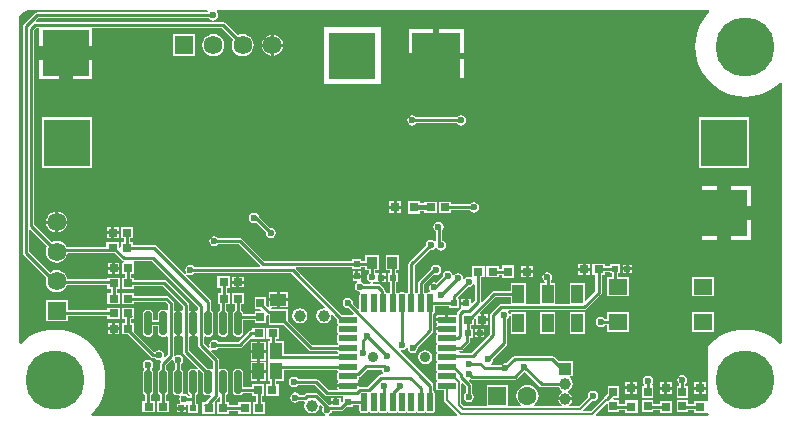
<source format=gtl>
G04*
G04 #@! TF.GenerationSoftware,Altium Limited,Altium NEXUS,2.1.5 (53)*
G04*
G04 Layer_Physical_Order=1*
G04 Layer_Color=255*
%FSLAX44Y44*%
%MOMM*%
G71*
G01*
G75*
%ADD10C,0.2000*%
%ADD16R,4.1000X4.0000*%
%ADD17R,4.0000X4.0000*%
G04:AMPARAMS|DCode=18|XSize=1.97mm|YSize=0.6mm|CornerRadius=0.15mm|HoleSize=0mm|Usage=FLASHONLY|Rotation=90.000|XOffset=0mm|YOffset=0mm|HoleType=Round|Shape=RoundedRectangle|*
%AMROUNDEDRECTD18*
21,1,1.9700,0.3000,0,0,90.0*
21,1,1.6700,0.6000,0,0,90.0*
1,1,0.3000,0.1500,0.8350*
1,1,0.3000,0.1500,-0.8350*
1,1,0.3000,-0.1500,-0.8350*
1,1,0.3000,-0.1500,0.8350*
%
%ADD18ROUNDEDRECTD18*%
%ADD19R,0.8000X0.8000*%
%ADD20R,1.0000X1.6000*%
G04:AMPARAMS|DCode=21|XSize=1.56mm|YSize=0.55mm|CornerRadius=0.0688mm|HoleSize=0mm|Usage=FLASHONLY|Rotation=0.000|XOffset=0mm|YOffset=0mm|HoleType=Round|Shape=RoundedRectangle|*
%AMROUNDEDRECTD21*
21,1,1.5600,0.4125,0,0,0.0*
21,1,1.4225,0.5500,0,0,0.0*
1,1,0.1375,0.7113,-0.2063*
1,1,0.1375,-0.7113,-0.2063*
1,1,0.1375,-0.7113,0.2063*
1,1,0.1375,0.7113,0.2063*
%
%ADD21ROUNDEDRECTD21*%
G04:AMPARAMS|DCode=22|XSize=1.56mm|YSize=0.55mm|CornerRadius=0.0688mm|HoleSize=0mm|Usage=FLASHONLY|Rotation=270.000|XOffset=0mm|YOffset=0mm|HoleType=Round|Shape=RoundedRectangle|*
%AMROUNDEDRECTD22*
21,1,1.5600,0.4125,0,0,270.0*
21,1,1.4225,0.5500,0,0,270.0*
1,1,0.1375,-0.2063,-0.7113*
1,1,0.1375,-0.2063,0.7113*
1,1,0.1375,0.2063,0.7113*
1,1,0.1375,0.2063,-0.7113*
%
%ADD22ROUNDEDRECTD22*%
%ADD23R,0.8000X0.8000*%
%ADD24R,0.8000X0.7000*%
%ADD25R,0.6000X0.5000*%
%ADD26R,0.9000X1.0000*%
%ADD27R,0.5000X0.6000*%
%ADD28R,1.6000X1.4000*%
%ADD29R,1.1000X1.4000*%
%ADD30R,0.7000X0.8000*%
%ADD31R,1.4000X1.1000*%
%ADD48C,1.0000*%
%ADD57C,0.5000*%
%ADD58C,0.4000*%
%ADD59C,0.2540*%
%ADD60C,5.0000*%
%ADD61C,0.9000*%
%ADD62R,1.0000X1.0000*%
%ADD63C,1.5900*%
%ADD64R,1.5900X1.5900*%
%ADD65R,1.5900X1.5900*%
%ADD66R,4.0000X4.0000*%
%ADD67R,1.6000X1.6000*%
%ADD68C,1.6000*%
%ADD69C,0.6000*%
G36*
X588082Y383765D02*
X584883Y380118D01*
X581805Y375510D01*
X579354Y370541D01*
X577573Y365294D01*
X576492Y359859D01*
X576129Y354330D01*
X576492Y348801D01*
X577573Y343366D01*
X579354Y338119D01*
X581805Y333150D01*
X584883Y328542D01*
X588536Y324376D01*
X592702Y320723D01*
X597310Y317645D01*
X602279Y315194D01*
X607526Y313413D01*
X612961Y312332D01*
X618490Y311969D01*
X624019Y312332D01*
X629454Y313413D01*
X634701Y315194D01*
X639670Y317645D01*
X644278Y320723D01*
X647925Y323922D01*
X649195Y323347D01*
X649195Y103373D01*
X647925Y102798D01*
X644278Y105997D01*
X639670Y109075D01*
X634701Y111526D01*
X629454Y113307D01*
X624019Y114388D01*
X618490Y114751D01*
X612961Y114388D01*
X607526Y113307D01*
X602279Y111526D01*
X597310Y109075D01*
X592702Y105997D01*
X588536Y102344D01*
X587635Y101315D01*
X587562Y101267D01*
X587061Y100516D01*
X586885Y99630D01*
Y54616D01*
X585696Y54420D01*
X585615Y54420D01*
X575156D01*
Y51739D01*
X569920D01*
Y55150D01*
X560380D01*
Y44610D01*
X569920D01*
Y46560D01*
X575156D01*
Y43880D01*
X585696D01*
Y44493D01*
X586966Y44618D01*
X587030Y44297D01*
X587483Y43619D01*
X587484Y43615D01*
X587758Y42850D01*
X587043Y41684D01*
X492230D01*
X491704Y42955D01*
X500787Y52037D01*
X501960Y51551D01*
Y44610D01*
X511500D01*
Y46940D01*
X516736D01*
Y44260D01*
X527276D01*
Y54800D01*
X516736D01*
Y52120D01*
X511500D01*
Y55150D01*
X507144D01*
X506465Y56420D01*
X506592Y56610D01*
X511500D01*
Y67150D01*
X501960D01*
Y60272D01*
X499771Y58083D01*
X499209Y57243D01*
X499150Y56947D01*
X487888Y45684D01*
X481792D01*
X481266Y46954D01*
X488557Y54246D01*
X489458Y54066D01*
X491124Y54398D01*
X492537Y55342D01*
X493480Y56754D01*
X493812Y58420D01*
X493480Y60086D01*
X492537Y61498D01*
X491124Y62442D01*
X489458Y62774D01*
X487792Y62442D01*
X486380Y61498D01*
X485436Y60086D01*
X485104Y58420D01*
X485284Y57519D01*
X477459Y49694D01*
X469538D01*
X469153Y50964D01*
X470416Y51808D01*
X471742Y53793D01*
X471955Y54864D01*
X466090D01*
X460225D01*
X460438Y53793D01*
X461764Y51808D01*
X463027Y50964D01*
X462642Y49694D01*
X439697D01*
X439266Y50964D01*
X440697Y52063D01*
X442183Y53999D01*
X443117Y56254D01*
X443436Y58674D01*
X443117Y61094D01*
X442183Y63349D01*
X440697Y65285D01*
X438761Y66771D01*
X436506Y67705D01*
X434086Y68024D01*
X431666Y67705D01*
X429411Y66771D01*
X427475Y65285D01*
X425989Y63349D01*
X425055Y61094D01*
X424736Y58674D01*
X425055Y56254D01*
X425989Y53999D01*
X427475Y52063D01*
X428906Y50964D01*
X428475Y49694D01*
X417956D01*
Y67944D01*
X399416D01*
Y49694D01*
X380553D01*
X378035Y52213D01*
Y68803D01*
X379305Y69329D01*
X381712Y66922D01*
Y61063D01*
X381223Y60736D01*
X380280Y59324D01*
X379948Y57658D01*
X380280Y55992D01*
X381223Y54580D01*
X382636Y53636D01*
X384302Y53304D01*
X385968Y53636D01*
X387380Y54580D01*
X388324Y55992D01*
X388656Y57658D01*
X388324Y59324D01*
X387380Y60736D01*
X386892Y61063D01*
Y67994D01*
X386695Y68985D01*
X386133Y69825D01*
X384876Y71083D01*
X384961Y72157D01*
X385205Y72550D01*
X385898Y72625D01*
X385958Y72585D01*
X386949Y72388D01*
X423466D01*
X424457Y72585D01*
X425297Y73147D01*
X430970Y78819D01*
X431546Y78704D01*
X432122Y78819D01*
X444193Y66749D01*
X445033Y66187D01*
X446024Y65990D01*
X460449D01*
X461570Y64314D01*
X463495Y63027D01*
X463609Y62468D01*
X463548Y61652D01*
X461764Y60460D01*
X460438Y58475D01*
X460225Y57404D01*
X466090D01*
X471955D01*
X471742Y58475D01*
X470416Y60460D01*
X468632Y61652D01*
X468571Y62468D01*
X468685Y63027D01*
X470610Y64314D01*
X471996Y66388D01*
X472483Y68834D01*
X471996Y71280D01*
X470610Y73354D01*
X469653Y73994D01*
X470038Y75264D01*
X472360D01*
Y87804D01*
X460689D01*
X456793Y91699D01*
X455953Y92261D01*
X454962Y92458D01*
X423370D01*
X422379Y92261D01*
X421539Y91699D01*
X415867Y86027D01*
X415290Y86142D01*
X413624Y85810D01*
X412211Y84867D01*
X411885Y84378D01*
X403255D01*
X402870Y85648D01*
X403890Y86329D01*
X404834Y87742D01*
X405166Y89408D01*
X405051Y89985D01*
X416377Y101311D01*
X416939Y102151D01*
X417136Y103142D01*
Y123595D01*
X417625Y123921D01*
X418568Y125334D01*
X418710Y126046D01*
X419980Y125921D01*
Y111380D01*
X432520D01*
Y129920D01*
X419980D01*
Y128079D01*
X418710Y127954D01*
X418568Y128666D01*
X417710Y129950D01*
X417858Y130539D01*
X418202Y131220D01*
X482002D01*
X482993Y131417D01*
X483833Y131979D01*
X496051Y144197D01*
X496613Y145037D01*
X496810Y146028D01*
Y161020D01*
X499490D01*
Y163470D01*
X504270D01*
Y162560D01*
X505950D01*
Y159400D01*
X501270D01*
Y142860D01*
X519810D01*
Y159400D01*
X511130D01*
Y162560D01*
X512810D01*
Y170100D01*
X504270D01*
Y168650D01*
X499490D01*
Y170560D01*
X488950D01*
Y161020D01*
X491630D01*
Y147101D01*
X483693Y139164D01*
X482520Y139650D01*
Y153920D01*
X469980D01*
Y136400D01*
X457520D01*
Y153920D01*
X453840D01*
Y155866D01*
X453928Y155926D01*
X454872Y157338D01*
X455204Y159004D01*
X454872Y160670D01*
X453928Y162083D01*
X452516Y163026D01*
X450850Y163358D01*
X449184Y163026D01*
X447771Y162083D01*
X446828Y160670D01*
X446496Y159004D01*
X446828Y157338D01*
X447771Y155926D01*
X448660Y155332D01*
Y153920D01*
X444980D01*
Y136400D01*
X432520D01*
Y153920D01*
X419980D01*
Y147240D01*
X405850D01*
X404859Y147043D01*
X404019Y146481D01*
X395782Y138244D01*
X394512Y138770D01*
Y159060D01*
X397796D01*
Y168600D01*
X387256D01*
Y159883D01*
X385986Y159204D01*
X385968Y159216D01*
X384302Y159548D01*
X382636Y159216D01*
X381223Y158272D01*
X380710Y157505D01*
X379534Y157979D01*
X379510Y157994D01*
X379180Y159654D01*
X378237Y161066D01*
X376824Y162010D01*
X375158Y162342D01*
X373492Y162010D01*
X372080Y161066D01*
X371989Y160931D01*
X370641Y161200D01*
X370544Y161686D01*
X369600Y163099D01*
X368188Y164042D01*
X366522Y164374D01*
X364856Y164042D01*
X363443Y163099D01*
X362500Y161686D01*
X362217Y160267D01*
X356410Y154459D01*
X355092Y154722D01*
X353426Y154390D01*
X352014Y153447D01*
X351070Y152034D01*
X350738Y150368D01*
X351070Y148702D01*
X351921Y147428D01*
X351762Y146809D01*
X351421Y146158D01*
X349787D01*
X349024Y146006D01*
X348376Y145574D01*
X347511D01*
X346440Y146478D01*
Y153039D01*
X354819Y161419D01*
X354950Y161332D01*
X356616Y161000D01*
X358282Y161332D01*
X359695Y162276D01*
X360638Y163688D01*
X360970Y165354D01*
X360638Y167020D01*
X359695Y168433D01*
X358282Y169376D01*
X356616Y169708D01*
X354950Y169376D01*
X353537Y168433D01*
X352594Y167020D01*
X352469Y166394D01*
X342019Y155943D01*
X341457Y155103D01*
X341260Y154112D01*
Y146053D01*
X341024Y146006D01*
X340376Y145574D01*
X339511D01*
X338440Y146478D01*
Y168915D01*
X351721Y182197D01*
X352298Y182082D01*
X353964Y182414D01*
X355377Y183358D01*
X355741Y183903D01*
X355881Y183946D01*
X357210Y183816D01*
X357855Y182850D01*
X359268Y181906D01*
X360934Y181574D01*
X362600Y181906D01*
X364012Y182850D01*
X364956Y184262D01*
X365288Y185928D01*
X364956Y187594D01*
X364012Y189007D01*
X362600Y189950D01*
X361698Y190130D01*
Y198578D01*
X361726Y198598D01*
X362670Y200010D01*
X363002Y201676D01*
X362670Y203342D01*
X361726Y204755D01*
X360314Y205698D01*
X358648Y206030D01*
X356982Y205698D01*
X355569Y204755D01*
X354626Y203342D01*
X354294Y201676D01*
X354626Y200010D01*
X355569Y198598D01*
X356518Y197964D01*
Y190092D01*
X355837Y189747D01*
X355248Y189600D01*
X353964Y190458D01*
X352298Y190790D01*
X350632Y190458D01*
X349220Y189515D01*
X348276Y188102D01*
X347944Y186436D01*
X348059Y185860D01*
X334019Y171819D01*
X333457Y170979D01*
X333260Y169988D01*
Y146053D01*
X333024Y146006D01*
X332376Y145574D01*
X331324D01*
X330676Y146006D01*
X329912Y146158D01*
X325788D01*
X325024Y146006D01*
X324376Y145574D01*
X323571D01*
X322495Y146500D01*
Y152124D01*
X322550Y152400D01*
Y154980D01*
X324230D01*
Y162520D01*
X322550D01*
Y165180D01*
X325420D01*
Y177720D01*
X313880D01*
Y165180D01*
X317370D01*
Y162520D01*
X315690D01*
Y154980D01*
X317370D01*
Y152621D01*
X317315Y152345D01*
Y146064D01*
X317024Y146006D01*
X316376Y145574D01*
X315324D01*
X314676Y146006D01*
X313913Y146158D01*
X313740D01*
Y147320D01*
X313543Y148311D01*
X312981Y149151D01*
X309171Y152961D01*
X308331Y153523D01*
X307340Y153720D01*
X303458D01*
X303333Y154990D01*
X303926Y155108D01*
X304690Y155618D01*
X305960Y155250D01*
Y155250D01*
X308690D01*
Y158750D01*
Y162250D01*
X305960D01*
X305960Y162250D01*
X304850Y162636D01*
Y165180D01*
X308420D01*
Y177720D01*
X296880D01*
Y172610D01*
X293330D01*
Y174290D01*
X285790D01*
Y172610D01*
X211037D01*
X192331Y191315D01*
X191491Y191877D01*
X190500Y192074D01*
X172315D01*
X171989Y192563D01*
X170576Y193506D01*
X168910Y193838D01*
X167244Y193506D01*
X165832Y192563D01*
X164888Y191150D01*
X164556Y189484D01*
X164888Y187818D01*
X165832Y186406D01*
X167244Y185462D01*
X168910Y185130D01*
X170576Y185462D01*
X171989Y186406D01*
X172315Y186894D01*
X189427D01*
X207362Y168960D01*
X206836Y167690D01*
X151995D01*
X151669Y168179D01*
X150256Y169122D01*
X148590Y169454D01*
X146924Y169122D01*
X145512Y168179D01*
X144568Y166766D01*
X144236Y165100D01*
X144568Y163434D01*
X145138Y162581D01*
X144151Y161771D01*
X119941Y185981D01*
X119101Y186543D01*
X118110Y186740D01*
X100170D01*
Y188920D01*
X97490D01*
Y192080D01*
X100170D01*
Y201620D01*
X89630D01*
Y192080D01*
X92310D01*
Y188920D01*
X89630D01*
Y184564D01*
X88360Y183885D01*
X88170Y184012D01*
Y188920D01*
X77630D01*
Y185070D01*
X43775D01*
X43614Y185460D01*
X42136Y187386D01*
X40210Y188864D01*
X37967Y189793D01*
X35560Y190110D01*
X33153Y189793D01*
X31093Y188939D01*
X16560Y203473D01*
Y368497D01*
X17993Y369930D01*
X20640D01*
Y355250D01*
X65720D01*
Y369930D01*
X175047D01*
X184911Y360067D01*
X184057Y358007D01*
X183741Y355600D01*
X184057Y353193D01*
X184986Y350950D01*
X186464Y349024D01*
X188390Y347546D01*
X190633Y346617D01*
X193040Y346301D01*
X195447Y346617D01*
X197690Y347546D01*
X199616Y349024D01*
X201094Y350950D01*
X202023Y353193D01*
X202339Y355600D01*
X202023Y358007D01*
X201094Y360250D01*
X199616Y362176D01*
X197690Y363654D01*
X195447Y364583D01*
X193040Y364899D01*
X190633Y364583D01*
X188573Y363729D01*
X177951Y374351D01*
X177111Y374913D01*
X176120Y375110D01*
X18548D01*
X18022Y376380D01*
X19798Y378156D01*
X164235D01*
X164562Y377668D01*
X165974Y376724D01*
X167640Y376392D01*
X169306Y376724D01*
X170718Y377668D01*
X171662Y379080D01*
X171994Y380746D01*
X171662Y382412D01*
X170758Y383765D01*
X170827Y384101D01*
X171192Y385036D01*
X587507Y385036D01*
X588082Y383765D01*
D02*
G37*
G36*
X154890Y133547D02*
Y131398D01*
X153641Y130705D01*
X152666Y130899D01*
X152436D01*
Y120000D01*
Y109101D01*
X152666D01*
X153641Y109295D01*
X154890Y108602D01*
Y101908D01*
X155087Y100917D01*
X155649Y100077D01*
X167590Y88135D01*
Y82223D01*
X166549Y81528D01*
X166320Y81484D01*
X165366Y81674D01*
X162780D01*
X147370Y97085D01*
Y108650D01*
X148640Y109329D01*
X148691Y109295D01*
X149666Y109101D01*
X149896D01*
Y120000D01*
Y130899D01*
X149666D01*
X148691Y130705D01*
X148640Y130671D01*
X147370Y131350D01*
Y135890D01*
X147173Y136881D01*
X146611Y137721D01*
X128521Y155811D01*
X127681Y156373D01*
X126690Y156570D01*
X100900D01*
Y158750D01*
X98220D01*
Y161910D01*
X100900D01*
Y171450D01*
X100900D01*
X101020Y172670D01*
X115767D01*
X154890Y133547D01*
D02*
G37*
G36*
X296880Y165180D02*
X299670D01*
Y162535D01*
X299181Y162208D01*
X298238Y160796D01*
X297906Y159130D01*
X298238Y157464D01*
X299181Y156052D01*
X300594Y155108D01*
X301187Y154990D01*
X301062Y153720D01*
X295505D01*
X295179Y154208D01*
X293867Y155084D01*
X293477Y155537D01*
X293060Y156092D01*
X293060Y156588D01*
Y158750D01*
X289560D01*
X286060D01*
Y156020D01*
X289447D01*
X289832Y154750D01*
X289021Y154208D01*
X288078Y152796D01*
X287746Y151130D01*
X288078Y149464D01*
X289021Y148052D01*
X290434Y147108D01*
X291938Y146809D01*
X292198Y146285D01*
X292348Y145531D01*
X291944Y144926D01*
X291792Y144163D01*
Y132630D01*
X290618Y132144D01*
X286179Y136583D01*
X286294Y137160D01*
X285962Y138826D01*
X285019Y140239D01*
X283606Y141182D01*
X281940Y141514D01*
X280274Y141182D01*
X278862Y140239D01*
X277918Y138826D01*
X277586Y137160D01*
X277918Y135494D01*
X278862Y134081D01*
X280274Y133138D01*
X281940Y132806D01*
X282516Y132921D01*
X286956Y128482D01*
X286470Y127308D01*
X276604D01*
X237752Y166160D01*
X238278Y167430D01*
X285790D01*
Y165750D01*
X293330D01*
Y167430D01*
X296880D01*
Y165180D01*
D02*
G37*
G36*
X389332Y152751D02*
Y138873D01*
X387363Y136904D01*
X386190Y137390D01*
Y140660D01*
X383460D01*
Y137160D01*
X382190D01*
Y135890D01*
X378190D01*
Y133660D01*
X378190D01*
X377806Y132549D01*
X375359Y130101D01*
X374797Y129261D01*
X374600Y128270D01*
Y127641D01*
X373461Y126927D01*
X373330Y126920D01*
X372762Y127033D01*
X366920D01*
Y123250D01*
X365650D01*
Y121980D01*
X356817D01*
Y121187D01*
X356948Y120529D01*
X357311Y119985D01*
X357321Y119967D01*
Y119250D01*
Y118533D01*
X357311Y118515D01*
X356948Y117971D01*
X356817Y117312D01*
Y116520D01*
X365650D01*
Y113980D01*
X356817D01*
Y113188D01*
X356948Y112529D01*
X357149Y112228D01*
X357316Y111941D01*
X357149Y110866D01*
X357057Y110620D01*
X356694Y110076D01*
X356542Y109312D01*
Y105188D01*
X356694Y104424D01*
X357126Y103776D01*
Y102724D01*
X356694Y102076D01*
X356542Y101313D01*
Y97188D01*
X356694Y96424D01*
X357126Y95776D01*
Y94724D01*
X356694Y94076D01*
X356542Y93313D01*
Y89187D01*
X356694Y88424D01*
X357126Y87776D01*
Y86724D01*
X356694Y86076D01*
X356542Y85312D01*
Y81187D01*
X356694Y80424D01*
X357126Y79776D01*
Y78724D01*
X356694Y78076D01*
X356542Y77312D01*
Y73187D01*
X356694Y72424D01*
X357126Y71776D01*
Y70724D01*
X356694Y70076D01*
X356542Y69313D01*
Y65188D01*
X356694Y64424D01*
X357126Y63776D01*
X357774Y63344D01*
X358537Y63192D01*
X363335D01*
Y55228D01*
X363512Y54342D01*
X364013Y53591D01*
X374650Y42955D01*
X374124Y41684D01*
X266222Y41684D01*
X266097Y42955D01*
X266144Y42964D01*
X267556Y43907D01*
X268500Y45320D01*
X268578Y45710D01*
X276320D01*
X277311Y45907D01*
X278151Y46469D01*
X281252Y49570D01*
X286130D01*
Y50750D01*
X291792D01*
Y46337D01*
X291944Y45574D01*
X292376Y44926D01*
X293024Y44494D01*
X293787Y44342D01*
X297913D01*
X298676Y44494D01*
X299324Y44926D01*
X300376D01*
X301024Y44494D01*
X301787Y44342D01*
X305912D01*
X306676Y44494D01*
X307324Y44926D01*
X308376D01*
X309024Y44494D01*
X309788Y44342D01*
X313913D01*
X314676Y44494D01*
X315324Y44926D01*
X316376D01*
X317024Y44494D01*
X317787Y44342D01*
X321912D01*
X322676Y44494D01*
X323324Y44926D01*
X324376D01*
X325024Y44494D01*
X325788Y44342D01*
X329912D01*
X330676Y44494D01*
X331324Y44926D01*
X332376D01*
X333024Y44494D01*
X333787Y44342D01*
X337912D01*
X338676Y44494D01*
X339324Y44926D01*
X340376D01*
X341024Y44494D01*
X341787Y44342D01*
X345913D01*
X346676Y44494D01*
X347324Y44926D01*
X348376D01*
X349024Y44494D01*
X349787Y44342D01*
X353913D01*
X354676Y44494D01*
X355324Y44926D01*
X355756Y45574D01*
X355908Y46337D01*
Y60563D01*
X355756Y61326D01*
X355324Y61974D01*
X354676Y62406D01*
X354440Y62453D01*
Y67250D01*
X354243Y68241D01*
X353681Y69081D01*
X326600Y96162D01*
X327226Y97333D01*
X327660Y97246D01*
X329326Y97578D01*
X330738Y98521D01*
X331218Y99240D01*
X331858Y99146D01*
X332491Y98858D01*
X332782Y97394D01*
X333726Y95982D01*
X335138Y95038D01*
X336804Y94706D01*
X338470Y95038D01*
X339883Y95982D01*
X340826Y97394D01*
X341158Y99060D01*
X341043Y99636D01*
X353681Y112275D01*
X354243Y113115D01*
X354440Y114106D01*
Y128047D01*
X354676Y128094D01*
X355324Y128526D01*
X355756Y129174D01*
X355908Y129937D01*
Y134570D01*
X367920D01*
Y133390D01*
X376460D01*
Y140930D01*
X375240D01*
X374971Y142200D01*
X383726Y150955D01*
X384302Y150840D01*
X385968Y151172D01*
X387380Y152115D01*
X388062Y153136D01*
X389332Y152751D01*
D02*
G37*
G36*
X163800Y383765D02*
X163672Y383536D01*
X163396Y383336D01*
X18726D01*
X17734Y383139D01*
X16894Y382577D01*
X7599Y373282D01*
X7037Y372442D01*
X6840Y371451D01*
Y179800D01*
X7037Y178809D01*
X7599Y177969D01*
X26804Y158764D01*
X26577Y158217D01*
X26260Y155810D01*
X26577Y153403D01*
X27506Y151160D01*
X28984Y149234D01*
X30910Y147756D01*
X33153Y146827D01*
X35560Y146510D01*
X37967Y146827D01*
X40210Y147756D01*
X42136Y149234D01*
X43614Y151160D01*
X44088Y152305D01*
X78360D01*
Y149210D01*
X81040D01*
Y145740D01*
X78360D01*
Y136200D01*
X88900D01*
Y145740D01*
X86220D01*
Y149210D01*
X88900D01*
Y158750D01*
X78360D01*
Y157485D01*
X44639D01*
X44543Y158217D01*
X43614Y160460D01*
X42136Y162386D01*
X40210Y163864D01*
X37967Y164793D01*
X35560Y165110D01*
X33153Y164793D01*
X30910Y163864D01*
X29846Y163047D01*
X12020Y180873D01*
Y198892D01*
X13290Y199418D01*
X27431Y185277D01*
X26577Y183217D01*
X26260Y180810D01*
X26577Y178403D01*
X27506Y176160D01*
X28984Y174234D01*
X30910Y172756D01*
X33153Y171827D01*
X35560Y171511D01*
X37967Y171827D01*
X40210Y172756D01*
X42136Y174234D01*
X43614Y176160D01*
X44543Y178403D01*
X44738Y179890D01*
X77630D01*
Y179380D01*
X84508D01*
X90459Y173429D01*
X91299Y172867D01*
X92040Y172720D01*
X91915Y171450D01*
X90360D01*
Y161910D01*
X93040D01*
Y158750D01*
X90360D01*
Y149210D01*
X100900D01*
Y151390D01*
X125617D01*
X142190Y134817D01*
Y131398D01*
X140941Y130705D01*
X139966Y130899D01*
X139736D01*
Y120000D01*
Y109101D01*
X139966D01*
X140941Y109295D01*
X142190Y108602D01*
Y96012D01*
X142387Y95021D01*
X142949Y94181D01*
X154940Y82189D01*
X154131Y81203D01*
X153747Y81459D01*
X152666Y81674D01*
X149666D01*
X148585Y81459D01*
X147669Y80847D01*
X147057Y79931D01*
X146842Y78850D01*
Y62150D01*
X147057Y61069D01*
X147669Y60153D01*
X148287Y59740D01*
X148113Y58470D01*
X146915D01*
X146588Y58959D01*
X145176Y59902D01*
X143510Y60234D01*
X143231Y60483D01*
X142632Y61354D01*
X142790Y62150D01*
Y78850D01*
X142575Y79931D01*
X141963Y80847D01*
X141047Y81459D01*
X141038Y81461D01*
Y85507D01*
X141509Y85822D01*
X142452Y87234D01*
X142784Y88900D01*
X142452Y90566D01*
X141509Y91979D01*
X140096Y92922D01*
X138430Y93254D01*
X136764Y92922D01*
X135940Y92372D01*
X134670Y93050D01*
Y108650D01*
X135940Y109329D01*
X135990Y109295D01*
X136966Y109101D01*
X137196D01*
Y120000D01*
Y130899D01*
X136966D01*
X135990Y130705D01*
X135940Y130671D01*
X134670Y131350D01*
Y137160D01*
X134473Y138151D01*
X133911Y138991D01*
X130101Y142801D01*
X129261Y143363D01*
X128270Y143560D01*
X100900D01*
Y145740D01*
X90360D01*
Y136200D01*
X100900D01*
Y138380D01*
X127197D01*
X129490Y136087D01*
Y131723D01*
X128449Y131028D01*
X128220Y130984D01*
X127266Y131174D01*
X124266D01*
X123185Y130959D01*
X122269Y130347D01*
X121657Y129431D01*
X121442Y128350D01*
Y122590D01*
X117390D01*
Y128350D01*
X117175Y129431D01*
X116563Y130347D01*
X115647Y130959D01*
X114566Y131174D01*
X111566D01*
X110485Y130959D01*
X109569Y130347D01*
X108957Y129431D01*
X108742Y128350D01*
Y111650D01*
X108957Y110569D01*
X109569Y109653D01*
X110485Y109041D01*
X111566Y108826D01*
X114566D01*
X115647Y109041D01*
X116563Y109653D01*
X117175Y110569D01*
X117390Y111650D01*
Y117410D01*
X121442D01*
Y111650D01*
X121657Y110569D01*
X122269Y109653D01*
X123185Y109041D01*
X124266Y108826D01*
X127266D01*
X128220Y109016D01*
X128449Y108972D01*
X129490Y108277D01*
Y93275D01*
X127486Y91270D01*
X126315Y91896D01*
X126528Y92964D01*
X126196Y94630D01*
X125253Y96042D01*
X123840Y96986D01*
X122174Y97318D01*
X120508Y96986D01*
X119095Y96042D01*
X117660Y95993D01*
X100900Y112753D01*
Y120340D01*
X98220D01*
Y123645D01*
X98360Y123760D01*
X98610Y123810D01*
X100900D01*
Y126100D01*
X100950Y126350D01*
X100900Y126600D01*
Y133350D01*
X90360D01*
Y123810D01*
X93040D01*
Y120340D01*
X90360D01*
Y110800D01*
X95527D01*
X115195Y91133D01*
X116035Y90571D01*
X117026Y90374D01*
X118769D01*
X119095Y89886D01*
X120508Y88942D01*
X122174Y88610D01*
X123242Y88823D01*
X123837Y87875D01*
X123893Y87657D01*
X123373Y86879D01*
X123176Y85888D01*
Y81453D01*
X122269Y80847D01*
X121657Y79931D01*
X121442Y78850D01*
Y62150D01*
X121657Y61069D01*
X122269Y60153D01*
X123176Y59547D01*
Y54300D01*
X120110D01*
Y44760D01*
X130650D01*
Y54300D01*
X128356D01*
Y59547D01*
X129263Y60153D01*
X129875Y61069D01*
X130090Y62150D01*
Y78850D01*
X129875Y79931D01*
X129263Y80847D01*
X128356Y81453D01*
Y84815D01*
X132866Y89326D01*
X133627Y89058D01*
X134103Y88766D01*
X134408Y87234D01*
X135351Y85822D01*
X135858Y85483D01*
Y81441D01*
X134969Y80847D01*
X134357Y79931D01*
X134142Y78850D01*
Y62150D01*
X134357Y61069D01*
X134969Y60153D01*
X135885Y59541D01*
X136966Y59326D01*
X139150D01*
X139828Y58056D01*
X139488Y57546D01*
X139156Y55880D01*
X139488Y54214D01*
X140279Y53030D01*
X140016Y52196D01*
X139716Y51760D01*
X137050D01*
Y49530D01*
X141050D01*
X145050D01*
Y50918D01*
X145510Y51187D01*
X146780Y50459D01*
Y44490D01*
X155320D01*
Y52030D01*
X153698D01*
Y59531D01*
X153747Y59541D01*
X154663Y60153D01*
X155275Y61069D01*
X155490Y62150D01*
Y78850D01*
X155275Y79931D01*
X155019Y80315D01*
X156005Y81124D01*
X159542Y77588D01*
Y62150D01*
X159757Y61069D01*
X160369Y60153D01*
X161285Y59541D01*
X162366Y59326D01*
X165366D01*
X165692Y59391D01*
X166318Y58220D01*
X162849Y54751D01*
X162287Y53911D01*
X162112Y53030D01*
X161700D01*
X161450Y53080D01*
X161200Y53030D01*
X158910D01*
Y50740D01*
X158860Y50490D01*
X158910Y50240D01*
Y43490D01*
X169450D01*
Y53030D01*
X169450D01*
X169158Y53735D01*
X172011Y56589D01*
X172573Y57429D01*
X172706Y58100D01*
X173976Y57975D01*
Y53030D01*
X170910D01*
Y43490D01*
X181450D01*
Y45670D01*
X189390D01*
Y43490D01*
X199930D01*
Y53030D01*
X189390D01*
Y50850D01*
X181450D01*
Y53030D01*
X179156D01*
Y59547D01*
X180063Y60153D01*
X180675Y61069D01*
X180890Y62150D01*
Y78850D01*
X180675Y79931D01*
X180063Y80847D01*
X179147Y81459D01*
X178066Y81674D01*
X175066D01*
X174040Y81470D01*
X173976Y81465D01*
X172770Y82175D01*
Y89208D01*
X172573Y90199D01*
X172011Y91039D01*
X166510Y96541D01*
X167244Y97578D01*
X168910Y97246D01*
X170576Y97578D01*
X171989Y98521D01*
X172315Y99010D01*
X190500D01*
X191491Y99207D01*
X192331Y99769D01*
X199901Y107338D01*
X201074Y106852D01*
Y106736D01*
X211614D01*
Y116276D01*
X201074D01*
Y114096D01*
X200406D01*
X199415Y113899D01*
X198575Y113337D01*
X189427Y104190D01*
X172315D01*
X171989Y104678D01*
X170576Y105622D01*
X168910Y105954D01*
X167244Y105622D01*
X165832Y104678D01*
X164888Y103266D01*
X164556Y101600D01*
X164888Y99934D01*
X163851Y99200D01*
X160070Y102981D01*
Y108325D01*
X161276Y109035D01*
X161340Y109030D01*
X162366Y108826D01*
X165366D01*
X166447Y109041D01*
X167363Y109653D01*
X167975Y110569D01*
X168190Y111650D01*
Y128350D01*
X167975Y129431D01*
X167363Y130347D01*
X166456Y130953D01*
Y138394D01*
X166259Y139385D01*
X165697Y140225D01*
X145261Y160662D01*
X146070Y161648D01*
X146924Y161078D01*
X148590Y160746D01*
X150256Y161078D01*
X151669Y162022D01*
X151995Y162510D01*
X234077D01*
X262606Y133982D01*
X261980Y132811D01*
X261610Y132885D01*
X259164Y132398D01*
X257090Y131012D01*
X255704Y128938D01*
X255217Y126492D01*
X255704Y124046D01*
X257090Y121972D01*
X259164Y120586D01*
X261610Y120099D01*
X264056Y120586D01*
X266130Y121972D01*
X267516Y124046D01*
X268003Y126492D01*
X267929Y126862D01*
X269100Y127488D01*
X272942Y123646D01*
Y121187D01*
X273094Y120424D01*
X273526Y119776D01*
Y118724D01*
X273094Y118076D01*
X272942Y117312D01*
Y113188D01*
X273094Y112424D01*
X273526Y111776D01*
Y110724D01*
X273094Y110076D01*
X272942Y109312D01*
Y105188D01*
X273094Y104424D01*
X273526Y103776D01*
Y102911D01*
X272622Y101840D01*
X251677D01*
X231536Y121980D01*
Y131858D01*
X219286D01*
X219036Y131908D01*
X216981D01*
X216698Y132318D01*
X217363Y133588D01*
X221996D01*
Y138818D01*
X215266D01*
Y134625D01*
X213996Y134098D01*
X212542Y135553D01*
Y142430D01*
X203002D01*
Y131890D01*
X207910D01*
X208037Y131700D01*
X207358Y130430D01*
X203002D01*
Y127750D01*
X193590D01*
Y128350D01*
X193375Y129431D01*
X192763Y130347D01*
X191856Y130953D01*
Y136200D01*
X194186D01*
Y145740D01*
X183646D01*
Y136200D01*
X186676D01*
Y130953D01*
X185769Y130347D01*
X185157Y129431D01*
X184942Y128350D01*
Y111650D01*
X185157Y110569D01*
X185769Y109653D01*
X186685Y109041D01*
X187766Y108826D01*
X190766D01*
X191847Y109041D01*
X192763Y109653D01*
X193375Y110569D01*
X193590Y111650D01*
Y122570D01*
X203002D01*
Y119890D01*
X212542D01*
Y126483D01*
X213812Y127133D01*
X214123Y126925D01*
X214996Y126752D01*
Y118318D01*
X227873D01*
X248773Y97419D01*
X249613Y96857D01*
X250604Y96660D01*
X273046D01*
X273094Y96424D01*
X273526Y95776D01*
Y94911D01*
X272622Y93840D01*
X227884D01*
Y104790D01*
X220934D01*
Y106736D01*
X223614D01*
Y116276D01*
X213074D01*
Y106736D01*
X215754D01*
Y104790D01*
X214344D01*
Y88250D01*
X214344D01*
Y87518D01*
X214344D01*
Y70978D01*
X215850D01*
Y68270D01*
X212820D01*
Y58730D01*
X223360D01*
Y68270D01*
X221030D01*
Y70978D01*
X227884D01*
Y80660D01*
X273046D01*
X273094Y80424D01*
X273526Y79776D01*
Y78724D01*
X273094Y78076D01*
X272942Y77312D01*
Y73187D01*
X273094Y72424D01*
X273457Y71880D01*
X273549Y71634D01*
X273717Y70554D01*
X273585Y70326D01*
X273348Y69971D01*
X273217Y69313D01*
Y68520D01*
X282050D01*
Y65980D01*
X273217D01*
Y65188D01*
X273290Y64820D01*
X272779Y63891D01*
X272475Y63550D01*
X265741D01*
X257101Y72189D01*
X256261Y72751D01*
X255270Y72948D01*
X239879D01*
X239552Y73436D01*
X238140Y74380D01*
X236474Y74712D01*
X234808Y74380D01*
X233396Y73436D01*
X232452Y72024D01*
X232120Y70358D01*
X232452Y68692D01*
X233396Y67280D01*
X234808Y66336D01*
X236474Y66004D01*
X238140Y66336D01*
X239552Y67280D01*
X239879Y67768D01*
X254197D01*
X262837Y59129D01*
X263677Y58567D01*
X264668Y58370D01*
X277567D01*
X277590Y57110D01*
X277590D01*
Y53779D01*
X277130Y53431D01*
X275860Y54063D01*
Y56840D01*
X273130D01*
Y53340D01*
X271860D01*
Y52070D01*
X267860D01*
Y50890D01*
X266322D01*
X266144Y51008D01*
X266091Y51019D01*
X256717Y60393D01*
X255877Y60955D01*
X254886Y61152D01*
X247362D01*
X246371Y60955D01*
X245531Y60393D01*
X244857Y59720D01*
X240875D01*
X240548Y60209D01*
X239136Y61152D01*
X237470Y61484D01*
X235804Y61152D01*
X234391Y60209D01*
X233448Y58796D01*
X233116Y57130D01*
X233448Y55464D01*
X234391Y54051D01*
X235804Y53108D01*
X237470Y52776D01*
X239136Y53108D01*
X240548Y54051D01*
X240875Y54540D01*
X245230D01*
X245909Y53270D01*
X245554Y52738D01*
X245067Y50292D01*
X245554Y47846D01*
X246940Y45772D01*
X249014Y44386D01*
X251460Y43899D01*
X253906Y44386D01*
X255980Y45772D01*
X257366Y47846D01*
X257827Y50162D01*
X258939Y50846D01*
X260727Y49058D01*
X260456Y48652D01*
X260124Y46986D01*
X260456Y45320D01*
X261400Y43907D01*
X262812Y42964D01*
X262859Y42955D01*
X262734Y41684D01*
X65273D01*
X64698Y42955D01*
X67897Y46602D01*
X70975Y51210D01*
X73426Y56179D01*
X75207Y61426D01*
X76288Y66861D01*
X76651Y72390D01*
X76288Y77919D01*
X75207Y83354D01*
X73426Y88601D01*
X70975Y93570D01*
X67897Y98178D01*
X64243Y102344D01*
X60078Y105997D01*
X55470Y109075D01*
X50501Y111526D01*
X45254Y113307D01*
X39819Y114388D01*
X34290Y114751D01*
X28761Y114388D01*
X23326Y113307D01*
X18079Y111526D01*
X13110Y109075D01*
X8502Y105997D01*
X4890Y102829D01*
X3620Y103405D01*
Y377226D01*
X3636D01*
X3902Y379243D01*
X4680Y381123D01*
X5919Y382737D01*
X7533Y383975D01*
X9413Y384754D01*
X11430Y385020D01*
Y385036D01*
X163052D01*
X163800Y383765D01*
D02*
G37*
G36*
X419980Y136400D02*
X411725D01*
X410734Y136203D01*
X409894Y135641D01*
X403299Y129046D01*
X402737Y128206D01*
X402540Y127215D01*
Y110932D01*
X386860Y95252D01*
X376636D01*
X375885Y96522D01*
X375961Y96660D01*
X377380D01*
X378371Y96857D01*
X379211Y97419D01*
X384951Y103159D01*
X385513Y103999D01*
X385710Y104990D01*
Y107990D01*
X387890D01*
Y115530D01*
X386480D01*
Y118420D01*
X389160D01*
Y123751D01*
X389620Y124099D01*
X390890Y123467D01*
Y118690D01*
X394620D01*
Y123190D01*
Y127690D01*
X394212D01*
X393726Y128863D01*
X406923Y142060D01*
X419980D01*
Y136400D01*
D02*
G37*
G36*
X311192Y79360D02*
X312114Y77980D01*
X312076Y77778D01*
X311702Y76710D01*
X310107D01*
X309116Y76513D01*
X308276Y75951D01*
X298704Y66380D01*
X292451D01*
X292153Y66321D01*
X290883Y67209D01*
Y69313D01*
X290752Y69971D01*
X290515Y70326D01*
X290383Y70554D01*
X290551Y71634D01*
X290643Y71880D01*
X291006Y72424D01*
X291158Y73187D01*
Y74252D01*
X291589Y74337D01*
X292429Y74899D01*
X298459Y80928D01*
X310880D01*
X311192Y79360D01*
D02*
G37*
%LPC*%
G36*
X219310Y364460D02*
Y356870D01*
X226900D01*
X226760Y357936D01*
X225858Y360114D01*
X224423Y361983D01*
X222554Y363418D01*
X220376Y364320D01*
X219310Y364460D01*
D02*
G37*
G36*
X216770D02*
X215704Y364320D01*
X213526Y363418D01*
X211657Y361983D01*
X210222Y360114D01*
X209320Y357936D01*
X209180Y356870D01*
X216770D01*
Y364460D01*
D02*
G37*
G36*
X379910Y369250D02*
X359370D01*
Y349210D01*
X379910D01*
Y369250D01*
D02*
G37*
G36*
X354370D02*
X333830D01*
Y349210D01*
X354370D01*
Y369250D01*
D02*
G37*
G36*
X226900Y354330D02*
X219310D01*
Y346740D01*
X220376Y346880D01*
X222554Y347782D01*
X224423Y349217D01*
X225858Y351086D01*
X226760Y353264D01*
X226900Y354330D01*
D02*
G37*
G36*
X216770D02*
X209180D01*
X209320Y353264D01*
X210222Y351086D01*
X211657Y349217D01*
X213526Y347782D01*
X215704Y346880D01*
X216770Y346740D01*
Y354330D01*
D02*
G37*
G36*
X152260Y364820D02*
X133820D01*
Y346380D01*
X152260D01*
Y364820D01*
D02*
G37*
G36*
X168040Y364899D02*
X165633Y364583D01*
X163390Y363654D01*
X161464Y362176D01*
X159986Y360250D01*
X159057Y358007D01*
X158740Y355600D01*
X159057Y353193D01*
X159986Y350950D01*
X161464Y349024D01*
X163390Y347546D01*
X165633Y346617D01*
X168040Y346301D01*
X170447Y346617D01*
X172690Y347546D01*
X174616Y349024D01*
X176094Y350950D01*
X177023Y353193D01*
X177339Y355600D01*
X177023Y358007D01*
X176094Y360250D01*
X174616Y362176D01*
X172690Y363654D01*
X170447Y364583D01*
X168040Y364899D01*
D02*
G37*
G36*
X65720Y343250D02*
X49180D01*
Y326710D01*
X65720D01*
Y343250D01*
D02*
G37*
G36*
X37180D02*
X20640D01*
Y326710D01*
X37180D01*
Y343250D01*
D02*
G37*
G36*
X379910Y344210D02*
X359370D01*
Y324170D01*
X379910D01*
Y344210D01*
D02*
G37*
G36*
X354370D02*
X333830D01*
Y324170D01*
X354370D01*
Y344210D01*
D02*
G37*
G36*
X309750Y370710D02*
X261750D01*
Y322710D01*
X309750D01*
Y370710D01*
D02*
G37*
G36*
X377698Y296200D02*
X376032Y295868D01*
X374619Y294925D01*
X374293Y294436D01*
X339955D01*
X339628Y294925D01*
X338216Y295868D01*
X336550Y296200D01*
X334884Y295868D01*
X333471Y294925D01*
X332528Y293512D01*
X332196Y291846D01*
X332528Y290180D01*
X333471Y288768D01*
X334884Y287824D01*
X336550Y287492D01*
X338216Y287824D01*
X339628Y288768D01*
X339955Y289256D01*
X374293D01*
X374619Y288768D01*
X376032Y287824D01*
X377698Y287492D01*
X379364Y287824D01*
X380776Y288768D01*
X381720Y290180D01*
X382052Y291846D01*
X381720Y293512D01*
X380776Y294925D01*
X379364Y295868D01*
X377698Y296200D01*
D02*
G37*
G36*
X621980Y294320D02*
X579440D01*
Y251780D01*
X621980D01*
Y294320D01*
D02*
G37*
G36*
X65720D02*
X23180D01*
Y251780D01*
X65720D01*
Y294320D01*
D02*
G37*
G36*
X327200Y223186D02*
X323470D01*
Y219456D01*
X327200D01*
Y223186D01*
D02*
G37*
G36*
X320930D02*
X317200D01*
Y219456D01*
X320930D01*
Y223186D01*
D02*
G37*
G36*
X623250Y235900D02*
X606710D01*
Y219360D01*
X623250D01*
Y235900D01*
D02*
G37*
G36*
X594710D02*
X578170D01*
Y219360D01*
X594710D01*
Y235900D01*
D02*
G37*
G36*
X369410Y222956D02*
X358870D01*
Y213416D01*
X369410D01*
Y215596D01*
X385215D01*
X385541Y215107D01*
X386954Y214164D01*
X388620Y213832D01*
X390286Y214164D01*
X391698Y215107D01*
X392642Y216520D01*
X392974Y218186D01*
X392642Y219852D01*
X391698Y221264D01*
X390286Y222208D01*
X388620Y222540D01*
X386954Y222208D01*
X385541Y221264D01*
X385215Y220776D01*
X369410D01*
Y222956D01*
D02*
G37*
G36*
X343470Y223456D02*
X332930D01*
Y212916D01*
X343470D01*
Y214852D01*
X346870D01*
Y213416D01*
X357410D01*
Y222956D01*
X350258D01*
X349886Y223030D01*
X349513Y222956D01*
X346870D01*
Y221520D01*
X343470D01*
Y223456D01*
D02*
G37*
G36*
X327200Y216916D02*
X323470D01*
Y213186D01*
X327200D01*
Y216916D01*
D02*
G37*
G36*
X320930D02*
X317200D01*
Y213186D01*
X320930D01*
Y216916D01*
D02*
G37*
G36*
X36830Y214670D02*
Y207080D01*
X44420D01*
X44280Y208146D01*
X43378Y210324D01*
X41943Y212193D01*
X40074Y213628D01*
X37896Y214530D01*
X36830Y214670D01*
D02*
G37*
G36*
X34290D02*
X33224Y214530D01*
X31046Y213628D01*
X29177Y212193D01*
X27742Y210324D01*
X26840Y208146D01*
X26700Y207080D01*
X34290D01*
Y214670D01*
D02*
G37*
G36*
X87900Y201350D02*
X84170D01*
Y198120D01*
X87900D01*
Y201350D01*
D02*
G37*
G36*
X81630D02*
X77900D01*
Y198120D01*
X81630D01*
Y201350D01*
D02*
G37*
G36*
X44420Y204540D02*
X36830D01*
Y196950D01*
X37896Y197090D01*
X40074Y197992D01*
X41943Y199427D01*
X43378Y201296D01*
X44280Y203474D01*
X44420Y204540D01*
D02*
G37*
G36*
X34290D02*
X26700D01*
X26840Y203474D01*
X27742Y201296D01*
X29177Y199427D01*
X31046Y197992D01*
X33224Y197090D01*
X34290Y196950D01*
Y204540D01*
D02*
G37*
G36*
X87900Y195580D02*
X84170D01*
Y192350D01*
X87900D01*
Y195580D01*
D02*
G37*
G36*
X81630D02*
X77900D01*
Y192350D01*
X81630D01*
Y195580D01*
D02*
G37*
G36*
X202438Y213650D02*
X200772Y213318D01*
X199359Y212374D01*
X198416Y210962D01*
X198084Y209296D01*
X198416Y207630D01*
X199359Y206217D01*
X200772Y205274D01*
X202438Y204942D01*
X204104Y205274D01*
X204235Y205361D01*
X212423Y197173D01*
X212308Y196596D01*
X212640Y194930D01*
X213584Y193517D01*
X214996Y192574D01*
X216662Y192242D01*
X218328Y192574D01*
X219741Y193517D01*
X220684Y194930D01*
X221016Y196596D01*
X220684Y198262D01*
X219741Y199674D01*
X218328Y200618D01*
X216662Y200950D01*
X216085Y200835D01*
X206585Y210336D01*
X206460Y210962D01*
X205516Y212374D01*
X204104Y213318D01*
X202438Y213650D01*
D02*
G37*
G36*
X623250Y207360D02*
X606710D01*
Y190820D01*
X623250D01*
Y207360D01*
D02*
G37*
G36*
X594710D02*
X578170D01*
Y190820D01*
X594710D01*
Y207360D01*
D02*
G37*
G36*
X522540Y169830D02*
X519810D01*
Y167600D01*
X522540D01*
Y169830D01*
D02*
G37*
G36*
X517270D02*
X514540D01*
Y167600D01*
X517270D01*
Y169830D01*
D02*
G37*
G36*
X487220Y170290D02*
X483490D01*
Y167060D01*
X487220D01*
Y170290D01*
D02*
G37*
G36*
X480950D02*
X477220D01*
Y167060D01*
X480950D01*
Y170290D01*
D02*
G37*
G36*
X422974Y169100D02*
X412434D01*
Y166420D01*
X409796D01*
Y168600D01*
X399256D01*
Y159060D01*
X409796D01*
Y161240D01*
X412434D01*
Y158560D01*
X422974D01*
Y169100D01*
D02*
G37*
G36*
X438704Y168830D02*
X434974D01*
Y165100D01*
X438704D01*
Y168830D01*
D02*
G37*
G36*
X432434D02*
X428704D01*
Y165100D01*
X432434D01*
Y168830D01*
D02*
G37*
G36*
X522540Y165060D02*
X519810D01*
Y162830D01*
X522540D01*
Y165060D01*
D02*
G37*
G36*
X517270D02*
X514540D01*
Y162830D01*
X517270D01*
Y165060D01*
D02*
G37*
G36*
X487220Y164520D02*
X483490D01*
Y161290D01*
X487220D01*
Y164520D01*
D02*
G37*
G36*
X480950D02*
X477220D01*
Y161290D01*
X480950D01*
Y164520D01*
D02*
G37*
G36*
X313960Y162250D02*
X311230D01*
Y160020D01*
X313960D01*
Y162250D01*
D02*
G37*
G36*
X438704Y162560D02*
X434974D01*
Y158830D01*
X438704D01*
Y162560D01*
D02*
G37*
G36*
X432434D02*
X428704D01*
Y158830D01*
X432434D01*
Y162560D01*
D02*
G37*
G36*
X313960Y157480D02*
X311230D01*
Y155250D01*
X313960D01*
Y157480D01*
D02*
G37*
G36*
X591810Y159400D02*
X573270D01*
Y142860D01*
X591810D01*
Y159400D01*
D02*
G37*
G36*
X519810Y129400D02*
X501270D01*
Y123748D01*
X499467D01*
X499141Y124236D01*
X497728Y125180D01*
X496062Y125512D01*
X494396Y125180D01*
X492984Y124236D01*
X492040Y122824D01*
X491708Y121158D01*
X492040Y119492D01*
X492984Y118080D01*
X494396Y117136D01*
X496062Y116804D01*
X497728Y117136D01*
X499141Y118080D01*
X499467Y118568D01*
X501270D01*
Y112860D01*
X519810D01*
Y129400D01*
D02*
G37*
G36*
X591810D02*
X573270D01*
Y112860D01*
X591810D01*
Y129400D01*
D02*
G37*
G36*
X482520Y129920D02*
X469980D01*
Y111380D01*
X482520D01*
Y129920D01*
D02*
G37*
G36*
X457520D02*
X444980D01*
Y111380D01*
X457520D01*
Y129920D01*
D02*
G37*
G36*
X527006Y70531D02*
X523276D01*
Y66801D01*
X527006D01*
Y70531D01*
D02*
G37*
G36*
X520736D02*
X517006D01*
Y66801D01*
X520736D01*
Y70531D01*
D02*
G37*
G36*
X585426Y70150D02*
X581696D01*
Y66420D01*
X585426D01*
Y70150D01*
D02*
G37*
G36*
X556216D02*
X552486D01*
Y66420D01*
X556216D01*
Y70150D01*
D02*
G37*
G36*
X579156D02*
X575426D01*
Y66420D01*
X579156D01*
Y70150D01*
D02*
G37*
G36*
X549946D02*
X546216D01*
Y66420D01*
X549946D01*
Y70150D01*
D02*
G37*
G36*
X527006Y64261D02*
X523276D01*
Y60531D01*
X527006D01*
Y64261D01*
D02*
G37*
G36*
X520736D02*
X517006D01*
Y60531D01*
X520736D01*
Y64261D01*
D02*
G37*
G36*
X585426Y63881D02*
X581696D01*
Y60150D01*
X585426D01*
Y63881D01*
D02*
G37*
G36*
X579156D02*
X575426D01*
Y60150D01*
X579156D01*
Y63881D01*
D02*
G37*
G36*
X556216D02*
X552486D01*
Y60150D01*
X556216D01*
Y63881D01*
D02*
G37*
G36*
X549946D02*
X546216D01*
Y60150D01*
X549946D01*
Y63881D01*
D02*
G37*
G36*
X565150Y76236D02*
X563484Y75904D01*
X562071Y74960D01*
X561128Y73548D01*
X560796Y71882D01*
X561128Y70216D01*
X562071Y68804D01*
X562560Y68477D01*
Y67150D01*
X560380D01*
Y56610D01*
X569920D01*
Y67150D01*
X567740D01*
Y68477D01*
X568228Y68804D01*
X569172Y70216D01*
X569504Y71882D01*
X569172Y73548D01*
X568228Y74960D01*
X566816Y75904D01*
X565150Y76236D01*
D02*
G37*
G36*
X536194Y75474D02*
X534528Y75142D01*
X533116Y74198D01*
X532172Y72786D01*
X531840Y71120D01*
X532172Y69454D01*
X532863Y68420D01*
X532369Y67225D01*
X532300Y67150D01*
X531170D01*
Y56610D01*
X540710D01*
Y67150D01*
X540088D01*
X540019Y67225D01*
X539525Y68420D01*
X540216Y69454D01*
X540548Y71120D01*
X540216Y72786D01*
X539272Y74198D01*
X537860Y75142D01*
X536194Y75474D01*
D02*
G37*
G36*
X540710Y55150D02*
X531170D01*
Y44610D01*
X540710D01*
Y46560D01*
X545946D01*
Y43880D01*
X556486D01*
Y54420D01*
X545946D01*
Y51739D01*
X540710D01*
Y55150D01*
D02*
G37*
G36*
X293060Y164020D02*
X290830D01*
Y161290D01*
X293060D01*
Y164020D01*
D02*
G37*
G36*
X288290D02*
X286060D01*
Y161290D01*
X288290D01*
Y164020D01*
D02*
G37*
G36*
X380920Y140660D02*
X378190D01*
Y138430D01*
X380920D01*
Y140660D01*
D02*
G37*
G36*
X364380Y127033D02*
X358537D01*
X357879Y126902D01*
X357321Y126529D01*
X356948Y125971D01*
X356817Y125312D01*
Y124520D01*
X364380D01*
Y127033D01*
D02*
G37*
G36*
X347530Y97323D02*
X345279Y96875D01*
X343370Y95600D01*
X342095Y93691D01*
X341647Y91440D01*
X342095Y89189D01*
X343370Y87280D01*
X345279Y86005D01*
X347530Y85557D01*
X349781Y86005D01*
X351690Y87280D01*
X352965Y89189D01*
X353413Y91440D01*
X352965Y93691D01*
X351690Y95600D01*
X349781Y96875D01*
X347530Y97323D01*
D02*
G37*
G36*
X88630Y171180D02*
X84900D01*
Y167950D01*
X88630D01*
Y171180D01*
D02*
G37*
G36*
X82360D02*
X78630D01*
Y167950D01*
X82360D01*
Y171180D01*
D02*
G37*
G36*
X88630Y165410D02*
X84900D01*
Y162180D01*
X88630D01*
Y165410D01*
D02*
G37*
G36*
X82360D02*
X78630D01*
Y162180D01*
X82360D01*
Y165410D01*
D02*
G37*
G36*
X193880Y159440D02*
X190150D01*
Y156210D01*
X193880D01*
Y159440D01*
D02*
G37*
G36*
X187610D02*
X183880D01*
Y156210D01*
X187610D01*
Y159440D01*
D02*
G37*
G36*
X193880Y153670D02*
X190150D01*
Y150440D01*
X193880D01*
Y153670D01*
D02*
G37*
G36*
X187610D02*
X183880D01*
Y150440D01*
X187610D01*
Y153670D01*
D02*
G37*
G36*
X231266Y146588D02*
X224536D01*
Y141358D01*
X231266D01*
Y146588D01*
D02*
G37*
G36*
X221996D02*
X215266D01*
Y141358D01*
X221996D01*
Y146588D01*
D02*
G37*
G36*
X231266Y138818D02*
X224536D01*
Y133588D01*
X231266D01*
Y138818D01*
D02*
G37*
G36*
X44780Y140030D02*
X26340D01*
Y121590D01*
X44780D01*
Y125990D01*
X78360D01*
Y123810D01*
X88900D01*
Y133350D01*
X78360D01*
Y131170D01*
X44780D01*
Y140030D01*
D02*
G37*
G36*
X241310Y132885D02*
X238864Y132398D01*
X236790Y131012D01*
X235404Y128938D01*
X234917Y126492D01*
X235404Y124046D01*
X236790Y121972D01*
X238864Y120586D01*
X241310Y120099D01*
X243756Y120586D01*
X245830Y121972D01*
X247216Y124046D01*
X247703Y126492D01*
X247216Y128938D01*
X245830Y131012D01*
X243756Y132398D01*
X241310Y132885D01*
D02*
G37*
G36*
X88630Y120070D02*
X84900D01*
Y116840D01*
X88630D01*
Y120070D01*
D02*
G37*
G36*
X82360D02*
X78630D01*
Y116840D01*
X82360D01*
Y120070D01*
D02*
G37*
G36*
X88630Y114300D02*
X84900D01*
Y111070D01*
X88630D01*
Y114300D01*
D02*
G37*
G36*
X82360D02*
X78630D01*
Y111070D01*
X82360D01*
Y114300D01*
D02*
G37*
G36*
X182150Y159710D02*
X171610D01*
Y150170D01*
X174326D01*
Y145740D01*
X171646D01*
Y136200D01*
X173976D01*
Y130953D01*
X173069Y130347D01*
X172457Y129431D01*
X172242Y128350D01*
Y111650D01*
X172457Y110569D01*
X173069Y109653D01*
X173985Y109041D01*
X175066Y108826D01*
X178066D01*
X179147Y109041D01*
X180063Y109653D01*
X180675Y110569D01*
X180890Y111650D01*
Y128350D01*
X180675Y129431D01*
X180063Y130347D01*
X179156Y130953D01*
Y136200D01*
X182186D01*
Y145740D01*
X179506D01*
Y150170D01*
X182150D01*
Y159710D01*
D02*
G37*
G36*
X212614Y104520D02*
X207384D01*
Y97790D01*
X212614D01*
Y104520D01*
D02*
G37*
G36*
X204844D02*
X199614D01*
Y97790D01*
X204844D01*
Y104520D01*
D02*
G37*
G36*
X212614Y95250D02*
X207384D01*
Y88520D01*
X212614D01*
Y95250D01*
D02*
G37*
G36*
X204844D02*
X199614D01*
Y88520D01*
X204844D01*
Y95250D01*
D02*
G37*
G36*
X212614Y87248D02*
X207384D01*
Y80518D01*
X212614D01*
Y87248D01*
D02*
G37*
G36*
X204844D02*
X199614D01*
Y80518D01*
X204844D01*
Y87248D01*
D02*
G37*
G36*
X212614Y77978D02*
X207384D01*
Y71248D01*
X212614D01*
Y77978D01*
D02*
G37*
G36*
X204844D02*
X199614D01*
Y71248D01*
X204844D01*
Y77978D01*
D02*
G37*
G36*
X270590Y56840D02*
X267860D01*
Y54610D01*
X270590D01*
Y56840D01*
D02*
G37*
G36*
X145050Y46990D02*
X142320D01*
Y44760D01*
X145050D01*
Y46990D01*
D02*
G37*
G36*
X139780D02*
X137050D01*
Y44760D01*
X139780D01*
Y46990D01*
D02*
G37*
G36*
X112776Y89190D02*
X111110Y88858D01*
X109698Y87914D01*
X108754Y86502D01*
X108422Y84836D01*
X108754Y83170D01*
X109373Y82243D01*
X109569Y80847D01*
X108957Y79931D01*
X108742Y78850D01*
Y62150D01*
X108957Y61069D01*
X109569Y60153D01*
X110476Y59547D01*
Y54300D01*
X108110D01*
Y44760D01*
X118650D01*
Y54300D01*
X115656D01*
Y59547D01*
X116563Y60153D01*
X117175Y61069D01*
X117390Y62150D01*
Y78850D01*
X117175Y79931D01*
X116563Y80847D01*
X116358Y82511D01*
X116798Y83170D01*
X117130Y84836D01*
X116798Y86502D01*
X115855Y87914D01*
X114442Y88858D01*
X112776Y89190D01*
D02*
G37*
G36*
X190766Y81674D02*
X187766D01*
X186685Y81459D01*
X185769Y80847D01*
X185157Y79931D01*
X184942Y78850D01*
Y62150D01*
X185157Y61069D01*
X185769Y60153D01*
X186685Y59541D01*
X187766Y59326D01*
X190766D01*
X191847Y59541D01*
X192763Y60153D01*
X193269Y60910D01*
X200820D01*
Y58730D01*
X204070D01*
Y53030D01*
X201390D01*
Y43490D01*
X211930D01*
Y53030D01*
X209250D01*
Y58730D01*
X211360D01*
Y68270D01*
X200820D01*
Y66090D01*
X193590D01*
Y78850D01*
X193375Y79931D01*
X192763Y80847D01*
X191847Y81459D01*
X190766Y81674D01*
D02*
G37*
G36*
X400890Y127690D02*
X397160D01*
Y124460D01*
X400890D01*
Y127690D01*
D02*
G37*
G36*
Y121920D02*
X397160D01*
Y118690D01*
X400890D01*
Y121920D01*
D02*
G37*
G36*
X397620Y115260D02*
X394890D01*
Y113030D01*
X397620D01*
Y115260D01*
D02*
G37*
G36*
X392350D02*
X389620D01*
Y113030D01*
X392350D01*
Y115260D01*
D02*
G37*
G36*
X397620Y110490D02*
X394890D01*
Y108260D01*
X397620D01*
Y110490D01*
D02*
G37*
G36*
X392350D02*
X389620D01*
Y108260D01*
X392350D01*
Y110490D01*
D02*
G37*
%LPD*%
D10*
X377508Y43370D02*
X488847D01*
X365650Y55228D02*
X377508Y43370D01*
X488847D02*
X501602Y56125D01*
X375720Y51254D02*
Y70538D01*
Y51254D02*
X379594Y47380D01*
X371007Y75250D02*
X375720Y70538D01*
X379594Y47380D02*
X478418D01*
X365650Y55228D02*
Y67250D01*
Y75250D02*
X371007D01*
X478418Y47380D02*
X489458Y58420D01*
D16*
X356870Y346710D02*
D03*
D17*
X285750D02*
D03*
X44450Y273050D02*
D03*
X43180Y349250D02*
D03*
D18*
X113066Y70500D02*
D03*
X125766D02*
D03*
X138466D02*
D03*
X151166D02*
D03*
X163866D02*
D03*
X176566D02*
D03*
X189266D02*
D03*
Y120000D02*
D03*
X176566D02*
D03*
X163866D02*
D03*
X151166D02*
D03*
X138466D02*
D03*
X125766D02*
D03*
X113066D02*
D03*
D19*
X322200Y218186D02*
D03*
X338200D02*
D03*
X433704Y163830D02*
D03*
X417704D02*
D03*
D20*
X476250Y144650D02*
D03*
X451250D02*
D03*
X426250D02*
D03*
X476250Y120650D02*
D03*
X451250D02*
D03*
X426250D02*
D03*
D21*
X282050Y123250D02*
D03*
Y115250D02*
D03*
Y107250D02*
D03*
Y99250D02*
D03*
Y91250D02*
D03*
Y83250D02*
D03*
Y75250D02*
D03*
Y67250D02*
D03*
X365650D02*
D03*
Y75250D02*
D03*
Y83250D02*
D03*
Y91250D02*
D03*
Y99250D02*
D03*
Y107250D02*
D03*
Y115250D02*
D03*
Y123250D02*
D03*
D22*
X351850Y137050D02*
D03*
X343850D02*
D03*
X335850D02*
D03*
X327850D02*
D03*
X319850D02*
D03*
X311850D02*
D03*
X303850D02*
D03*
X295850D02*
D03*
Y53450D02*
D03*
X303850D02*
D03*
X311850D02*
D03*
X319850D02*
D03*
X327850D02*
D03*
X335850D02*
D03*
X343850D02*
D03*
X351850D02*
D03*
D23*
X580426Y65150D02*
D03*
Y49150D02*
D03*
X551216Y65150D02*
D03*
Y49150D02*
D03*
X522006Y65531D02*
D03*
Y49530D02*
D03*
D24*
X364140Y218186D02*
D03*
X352140D02*
D03*
X404526Y163830D02*
D03*
X392526D02*
D03*
X395890Y123190D02*
D03*
X383890D02*
D03*
X95630Y128580D02*
D03*
X83630D02*
D03*
X206344Y111506D02*
D03*
X218344D02*
D03*
X95630Y140970D02*
D03*
X83630D02*
D03*
X113380Y49530D02*
D03*
X125380D02*
D03*
X83630Y115570D02*
D03*
X95630D02*
D03*
Y153980D02*
D03*
X83630D02*
D03*
X206090Y63500D02*
D03*
X218090D02*
D03*
X176180Y48260D02*
D03*
X164180D02*
D03*
X94900Y184150D02*
D03*
X82900D02*
D03*
X206660Y48260D02*
D03*
X194660D02*
D03*
X482220Y165790D02*
D03*
X494220D02*
D03*
X83630Y166680D02*
D03*
X95630D02*
D03*
X82900Y196850D02*
D03*
X94900D02*
D03*
X176880Y154940D02*
D03*
X188880D02*
D03*
X176916Y140970D02*
D03*
X188916D02*
D03*
D25*
X383620Y111760D02*
D03*
X393620D02*
D03*
X382190Y137160D02*
D03*
X372190D02*
D03*
X271860Y53340D02*
D03*
X281860D02*
D03*
X319960Y158750D02*
D03*
X309960D02*
D03*
X151050Y48260D02*
D03*
X141050D02*
D03*
X508540Y166330D02*
D03*
X518540D02*
D03*
D26*
X319650Y171450D02*
D03*
X302650D02*
D03*
D27*
X289560Y170020D02*
D03*
Y160020D02*
D03*
D28*
X582540Y121130D02*
D03*
Y151130D02*
D03*
X510540Y121130D02*
D03*
Y151130D02*
D03*
D29*
X206114Y96520D02*
D03*
X221114D02*
D03*
X206114Y79248D02*
D03*
X221114D02*
D03*
D30*
X565150Y49880D02*
D03*
Y61880D02*
D03*
X535940Y49880D02*
D03*
Y61880D02*
D03*
X506730Y49880D02*
D03*
Y61880D02*
D03*
X207772Y125160D02*
D03*
Y137160D02*
D03*
D31*
X223266Y140088D02*
D03*
Y125088D02*
D03*
D48*
X466090Y68834D02*
D03*
Y56134D02*
D03*
X241310Y126492D02*
D03*
X251460Y50292D02*
D03*
X261610Y126492D02*
D03*
D57*
X579374Y190500D02*
Y240030D01*
X176880Y154940D02*
Y154940D01*
D58*
X335280Y325628D02*
X382524D01*
X335280D02*
Y346710D01*
X338200Y218186D02*
X352140D01*
D59*
X302260Y170390D02*
X303620Y171750D01*
X388620Y218186D02*
X388620Y218186D01*
X364140Y218186D02*
X388620D01*
X338200Y218186D02*
X338200Y218186D01*
X336550Y291846D02*
X377698D01*
X349886Y220440D02*
X352140Y218186D01*
X355092Y165354D02*
X356616D01*
X343850Y154112D02*
X355092Y165354D01*
X343850Y137050D02*
Y154112D01*
X359108Y187500D02*
Y201216D01*
X358648Y201676D02*
X359108Y201216D01*
X360680Y185928D02*
X360934D01*
X359108Y187500D02*
X360680Y185928D01*
X335850Y169988D02*
X352298Y186436D01*
X335850Y137050D02*
Y169988D01*
X168910Y189484D02*
X190500D01*
X209964Y170020D01*
X289560D01*
X148590Y165100D02*
X235150D01*
X277000Y123250D01*
X203962Y209296D02*
X216662Y196596D01*
X202438Y209296D02*
X203962D01*
X423466Y74978D02*
X431546Y83058D01*
X384615Y77312D02*
X386949Y74978D01*
X423466D01*
X371389Y83250D02*
X377444Y77195D01*
Y74852D02*
Y77195D01*
Y74852D02*
X379990Y72306D01*
Y72306D02*
Y72306D01*
Y72306D02*
X384302Y67994D01*
Y57658D02*
Y67994D01*
X397764Y81788D02*
X415290D01*
X393700Y85852D02*
X397764Y81788D01*
X400812Y89408D02*
X414546Y103142D01*
X384302Y85852D02*
X393700D01*
X367062Y92662D02*
X387933D01*
X405130Y109859D01*
X365650Y91250D02*
X367062Y92662D01*
X405130Y109859D02*
Y127215D01*
X365650Y83250D02*
X371389D01*
X446024Y68580D02*
X463550D01*
X431546Y83058D02*
X446024Y68580D01*
X290598Y76730D02*
X297386Y83518D01*
X283530Y76730D02*
X290598D01*
X282050Y75250D02*
X283530Y76730D01*
X423370Y89868D02*
X454962D01*
X415290Y81788D02*
X423370Y89868D01*
X414546Y103142D02*
Y127000D01*
X405130Y127215D02*
X411725Y133810D01*
X372190Y143082D02*
X384302Y155194D01*
X391922Y137800D02*
Y165430D01*
X365633Y160020D02*
X366522D01*
X355981Y150368D02*
X365633Y160020D01*
X355092Y150368D02*
X355981D01*
X312722Y83518D02*
X315214Y81026D01*
X297386Y83518D02*
X312722D01*
X299777Y63790D02*
X310107Y74120D01*
X294644Y68330D02*
X303022Y76708D01*
X283130Y68330D02*
X294644D01*
X310107Y74120D02*
X334820D01*
X312420Y54020D02*
Y66802D01*
X311850Y53450D02*
X312420Y54020D01*
X292451Y63790D02*
X299777D01*
X351960Y137160D02*
X372190D01*
X351850Y137050D02*
X351960Y137160D01*
X282050Y67250D02*
X283130Y68330D01*
X289621Y60960D02*
X292451Y63790D01*
X264668Y60960D02*
X289621D01*
X164680Y48260D02*
Y52920D01*
X176120Y372520D02*
X193040Y355600D01*
X16920Y372520D02*
X176120D01*
X9430Y371451D02*
X18726Y380746D01*
X167640D01*
X13970Y369570D02*
X16920Y372520D01*
X9430Y179800D02*
X10160Y179070D01*
X9430Y179800D02*
Y371451D01*
X411725Y133810D02*
X482002D01*
X361188Y144018D02*
X375158Y157988D01*
X372190Y137160D02*
Y143082D01*
X377380Y99250D02*
X383120Y104990D01*
Y111760D01*
X454962Y89868D02*
X463550Y81280D01*
X236474Y70358D02*
X255270D01*
X294640Y94996D02*
Y105410D01*
X351850Y114106D02*
Y137050D01*
X336804Y99060D02*
X351850Y114106D01*
X319850Y60770D02*
X326390Y67310D01*
X319850Y53450D02*
Y60770D01*
X334820Y74120D02*
X343850Y65090D01*
X365650Y99250D02*
X377380D01*
X377190Y109220D02*
Y128270D01*
X375220Y107250D02*
X377190Y109220D01*
X365650Y107250D02*
X375220D01*
X254886Y58562D02*
X265148Y48300D01*
X247362Y58562D02*
X254886D01*
X245930Y57130D02*
X247362Y58562D01*
X237470Y57130D02*
X245930D01*
X265148Y48300D02*
X276320D01*
X255270Y70358D02*
X264668Y60960D01*
X281910Y137130D02*
X281970D01*
X110876Y49530D02*
X113066Y51720D01*
X125766Y85888D02*
X132080Y92202D01*
X125766Y70500D02*
Y85888D01*
X117026Y92964D02*
X122174D01*
X95630Y114360D02*
X117026Y92964D01*
X112776Y70790D02*
X113066Y70500D01*
X112776Y70790D02*
Y84836D01*
X132080Y92202D02*
Y137160D01*
X384932Y130810D02*
X391922Y137800D01*
X163866Y70500D02*
Y76926D01*
X144780Y96012D02*
X163866Y76926D01*
X144780Y96012D02*
Y135890D01*
X496062Y121158D02*
X510512D01*
X510540Y121130D01*
X451250Y144650D02*
Y158604D01*
X450850Y159004D02*
X451250Y158604D01*
X418466Y163830D02*
X418466Y163830D01*
X404526Y163830D02*
X418466D01*
X565150Y61880D02*
Y71882D01*
X536067Y70993D02*
X536194Y71120D01*
X536067Y62007D02*
Y70993D01*
X535940Y61880D02*
X536067Y62007D01*
X501602Y56125D02*
Y56252D01*
X506730Y61380D01*
X482002Y133810D02*
X494220Y146028D01*
Y165790D01*
X506730Y61380D02*
Y61880D01*
X565186Y51150D02*
X567186Y49150D01*
X580426D01*
X535976Y51150D02*
X537976Y49150D01*
X551216D01*
X506766Y51530D02*
X508766Y49530D01*
X522006D01*
X508540Y153130D02*
Y166330D01*
Y153130D02*
X510540Y151130D01*
X508270Y166060D02*
X508540Y166330D01*
X494490Y166060D02*
X508270D01*
X494220Y165790D02*
X494490Y166060D01*
X384390Y123190D02*
X405850Y144650D01*
X383890Y123190D02*
X384390D01*
X383890Y112030D02*
Y123190D01*
X379730Y130810D02*
X384932D01*
X377190Y128270D02*
X379730Y130810D01*
X405850Y144650D02*
X426250D01*
X383620Y111760D02*
X383890Y112030D01*
X383120Y111760D02*
X383620D01*
X311150Y137750D02*
Y147320D01*
Y137750D02*
X311850Y137050D01*
X307340Y151130D02*
X311150Y147320D01*
X292100Y151130D02*
X307340D01*
X289560Y170020D02*
X301220D01*
X302650Y171450D01*
X302260Y159130D02*
Y170390D01*
X319960Y158750D02*
Y171450D01*
Y152400D02*
Y158750D01*
X281970Y137130D02*
X351850Y67250D01*
X298450Y109220D02*
X314960Y92710D01*
X351850Y53450D02*
Y67250D01*
X327660Y101600D02*
Y136860D01*
X327850Y137050D01*
X176880Y154940D02*
X176916Y154904D01*
Y140970D02*
Y154904D01*
X294640Y105410D02*
X298450Y109220D01*
X281860Y53340D02*
X295740D01*
X281360D02*
X281860D01*
X343850Y53450D02*
Y65090D01*
X276320Y48300D02*
X281360Y53340D01*
X151108Y55880D02*
Y70442D01*
Y48318D02*
Y55880D01*
X143510D02*
X151108D01*
X319850Y137050D02*
X319905Y137105D01*
Y152345D01*
X319960Y152400D01*
X295740Y53340D02*
X295850Y53450D01*
X250604Y99250D02*
X282050D01*
X224766Y125088D02*
X250604Y99250D01*
X223266Y125088D02*
X224766D01*
X219036Y129318D02*
X223266Y125088D01*
X215114Y129318D02*
X219036D01*
X207772Y136660D02*
X215114Y129318D01*
X207772Y136660D02*
Y137160D01*
X277000Y123250D02*
X282050D01*
X200406Y111506D02*
X206344D01*
X190500Y101600D02*
X200406Y111506D01*
X168910Y101600D02*
X190500D01*
X170180Y58420D02*
Y89208D01*
X164680Y52920D02*
X170180Y58420D01*
X157480Y101908D02*
Y134620D01*
X116840Y175260D02*
X157480Y134620D01*
X92290Y175260D02*
X116840D01*
X157480Y101908D02*
X170180Y89208D01*
X83400Y184150D02*
X92290Y175260D01*
X82900Y184150D02*
X83400D01*
X118110D02*
X163866Y138394D01*
X94900Y184150D02*
X118110D01*
X81230Y182480D02*
X82900Y184150D01*
X37230Y182480D02*
X81230D01*
X35560Y180810D02*
X37230Y182480D01*
X95630Y140970D02*
X128270D01*
X126690Y153980D02*
X144780Y135890D01*
X128270Y140970D02*
X132080Y137160D01*
X164180Y48260D02*
X164680D01*
X95630Y153980D02*
X126690D01*
X163866Y120000D02*
Y138394D01*
X161450Y50490D02*
X163680Y48260D01*
X164180D01*
X125766Y49916D02*
Y70500D01*
X95630Y114360D02*
Y115570D01*
X138430Y88900D02*
X138448Y88882D01*
Y70518D02*
Y88882D01*
X95630Y115570D02*
Y128580D01*
X95630Y128580D02*
X95630Y128580D01*
X83630Y140970D02*
Y153980D01*
X83630Y140970D02*
X83630Y140970D01*
X138448Y70518D02*
X138466Y70500D01*
X96130Y128580D02*
X98360Y126350D01*
X95630Y128580D02*
X96130D01*
X113066Y120000D02*
X125766D01*
X31825Y157405D02*
X33965D01*
X10160Y179070D02*
X31825Y157405D01*
X13970Y202400D02*
Y369570D01*
X33965Y157405D02*
X35560Y155810D01*
X13970Y202400D02*
X35560Y180810D01*
X94900Y196850D02*
X94900Y196850D01*
X94900Y184150D02*
Y196850D01*
X95630Y166680D02*
X95630Y166680D01*
X95630Y153980D02*
Y166680D01*
X96170Y115570D02*
X96170Y115570D01*
X37790Y128580D02*
X83630D01*
X35560Y130810D02*
X37790Y128580D01*
X82715Y154895D02*
X83630Y153980D01*
X36475Y154895D02*
X82715D01*
X35560Y155810D02*
X36475Y154895D01*
X151108Y70442D02*
X151166Y70500D01*
X151050Y48260D02*
X151108Y48318D01*
X125380Y49530D02*
X125766Y49916D01*
X113066Y51720D02*
Y70500D01*
X218344Y99290D02*
X221114Y96520D01*
X218344Y99290D02*
Y111506D01*
X221114Y95480D02*
Y96520D01*
Y95480D02*
X225344Y91250D01*
X282050D01*
X221114Y79248D02*
X225116Y83250D01*
X282050D01*
X218440Y76574D02*
X221114Y79248D01*
X218440Y63850D02*
Y76574D01*
X218090Y63500D02*
X218440Y63850D01*
X189266Y65212D02*
X190978Y63500D01*
X189266Y65212D02*
Y70500D01*
X190978Y63500D02*
X206090D01*
X206660Y62930D01*
Y48260D02*
Y62930D01*
X176180Y48260D02*
X194660D01*
X176180D02*
X176566Y48646D01*
Y70500D01*
X189266Y120000D02*
Y123448D01*
Y140620D01*
Y123448D02*
X190978Y125160D01*
X207772D01*
X188916Y140970D02*
X189266Y140620D01*
X176566Y140620D02*
X176916Y140970D01*
X176566Y120000D02*
Y140620D01*
D60*
X34290Y72390D02*
D03*
X618490D02*
D03*
Y354330D02*
D03*
D61*
X303530Y91440D02*
D03*
X347530D02*
D03*
D62*
X466090Y81534D02*
D03*
D63*
X218040Y355600D02*
D03*
X193040D02*
D03*
X168040D02*
D03*
X35560Y205810D02*
D03*
Y180810D02*
D03*
Y155810D02*
D03*
D64*
X143040Y355600D02*
D03*
D65*
X35560Y130810D02*
D03*
D66*
X600710Y273050D02*
D03*
Y213360D02*
D03*
D67*
X408686Y58674D02*
D03*
D68*
X434086D02*
D03*
D69*
X301498Y359156D02*
D03*
X291498D02*
D03*
X281498D02*
D03*
X271494D02*
D03*
X272288Y156210D02*
D03*
X112268Y162814D02*
D03*
X600000Y150000D02*
D03*
X550000D02*
D03*
X475000Y100000D02*
D03*
X275000Y200000D02*
D03*
X225000Y300000D02*
D03*
X200000Y250000D02*
D03*
X100000Y350000D02*
D03*
X125000Y200000D02*
D03*
X100000Y50000D02*
D03*
X75000Y100000D02*
D03*
X338328Y242062D02*
D03*
X388620Y218186D02*
D03*
X336550Y291846D02*
D03*
X355092Y150368D02*
D03*
X356616Y165354D02*
D03*
X358648Y201676D02*
D03*
X360934Y185928D02*
D03*
X352298Y186436D02*
D03*
X377698Y291846D02*
D03*
X168910Y189484D02*
D03*
X148590Y165100D02*
D03*
X216662Y196596D02*
D03*
X202438Y209296D02*
D03*
X271494Y349504D02*
D03*
X281498D02*
D03*
X291498D02*
D03*
X301498D02*
D03*
X301530Y340360D02*
D03*
X291530D02*
D03*
X281530D02*
D03*
X271526D02*
D03*
Y331720D02*
D03*
X281530D02*
D03*
X291530D02*
D03*
X301530D02*
D03*
X143510Y55880D02*
D03*
X360172Y45974D02*
D03*
X384615Y77312D02*
D03*
X400812Y89408D02*
D03*
X384302Y85852D02*
D03*
Y57658D02*
D03*
X489458Y58420D02*
D03*
X415290Y81788D02*
D03*
X414546Y127000D02*
D03*
X384302Y155194D02*
D03*
X303022Y76708D02*
D03*
X312420Y66802D02*
D03*
X167640Y380746D02*
D03*
X375158Y157988D02*
D03*
X361188Y144018D02*
D03*
X366522Y160020D02*
D03*
X391160Y105520D02*
D03*
X236474Y70358D02*
D03*
X294640Y94996D02*
D03*
X336804Y99060D02*
D03*
X326390Y67310D02*
D03*
X315214Y81026D02*
D03*
X264478Y46986D02*
D03*
X122174Y92964D02*
D03*
X112776Y84836D02*
D03*
X431546Y83058D02*
D03*
X496062Y121158D02*
D03*
X450850Y159004D02*
D03*
X565150Y71882D02*
D03*
X536194Y71120D02*
D03*
X292100Y151130D02*
D03*
X302260Y159130D02*
D03*
X314960Y92710D02*
D03*
X327660Y101600D02*
D03*
X298450Y109220D02*
D03*
X281940Y137160D02*
D03*
X237470Y57130D02*
D03*
X168910Y101600D02*
D03*
X138430Y88900D02*
D03*
M02*

</source>
